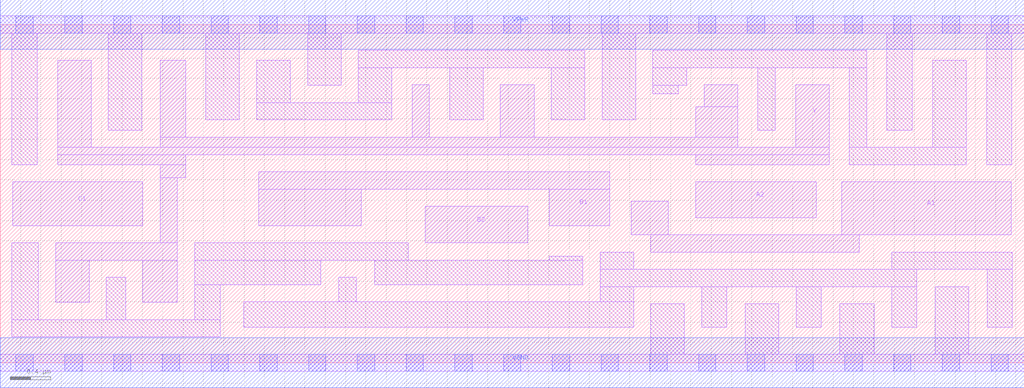
<source format=lef>
# Copyright 2020 The SkyWater PDK Authors
#
# Licensed under the Apache License, Version 2.0 (the "License");
# you may not use this file except in compliance with the License.
# You may obtain a copy of the License at
#
#     https://www.apache.org/licenses/LICENSE-2.0
#
# Unless required by applicable law or agreed to in writing, software
# distributed under the License is distributed on an "AS IS" BASIS,
# WITHOUT WARRANTIES OR CONDITIONS OF ANY KIND, either express or implied.
# See the License for the specific language governing permissions and
# limitations under the License.
#
# SPDX-License-Identifier: Apache-2.0

VERSION 5.7 ;
  NOWIREEXTENSIONATPIN ON ;
  DIVIDERCHAR "/" ;
  BUSBITCHARS "[]" ;
UNITS
  DATABASE MICRONS 200 ;
END UNITS
MACRO sky130_fd_sc_ls__o221ai_4
  CLASS CORE ;
  FOREIGN sky130_fd_sc_ls__o221ai_4 ;
  ORIGIN  0.000000  0.000000 ;
  SIZE  10.08000 BY  3.330000 ;
  SYMMETRY X Y ;
  SITE unit ;
  PIN A1
    ANTENNAGATEAREA  1.116000 ;
    DIRECTION INPUT ;
    USE SIGNAL ;
    PORT
      LAYER li1 ;
        RECT 6.210000 1.260000 6.575000 1.590000 ;
        RECT 6.405000 1.090000 8.455000 1.260000 ;
        RECT 8.285000 1.260000 9.955000 1.780000 ;
    END
  END A1
  PIN A2
    ANTENNAGATEAREA  1.116000 ;
    DIRECTION INPUT ;
    USE SIGNAL ;
    PORT
      LAYER li1 ;
        RECT 6.845000 1.430000 8.035000 1.780000 ;
    END
  END A2
  PIN B1
    ANTENNAGATEAREA  1.116000 ;
    DIRECTION INPUT ;
    USE SIGNAL ;
    PORT
      LAYER li1 ;
        RECT 2.545000 1.350000 3.555000 1.710000 ;
        RECT 2.545000 1.710000 6.000000 1.880000 ;
        RECT 5.405000 1.350000 6.000000 1.710000 ;
    END
  END B1
  PIN B2
    ANTENNAGATEAREA  1.116000 ;
    DIRECTION INPUT ;
    USE SIGNAL ;
    PORT
      LAYER li1 ;
        RECT 4.185000 1.180000 5.195000 1.540000 ;
    END
  END B2
  PIN C1
    ANTENNAGATEAREA  1.116000 ;
    DIRECTION INPUT ;
    USE SIGNAL ;
    PORT
      LAYER li1 ;
        RECT 0.125000 1.350000 1.405000 1.780000 ;
    END
  END C1
  PIN Y
    ANTENNADIFFAREA  2.514400 ;
    DIRECTION OUTPUT ;
    USE SIGNAL ;
    PORT
      LAYER li1 ;
        RECT 0.545000 0.595000 0.875000 1.010000 ;
        RECT 0.545000 1.010000 1.745000 1.180000 ;
        RECT 0.565000 1.950000 1.825000 2.050000 ;
        RECT 0.565000 2.050000 8.160000 2.120000 ;
        RECT 0.565000 2.120000 0.895000 2.980000 ;
        RECT 1.405000 0.595000 1.745000 1.010000 ;
        RECT 1.575000 1.180000 1.745000 1.820000 ;
        RECT 1.575000 1.820000 1.825000 1.950000 ;
        RECT 1.575000 2.120000 7.260000 2.220000 ;
        RECT 1.575000 2.220000 1.825000 2.980000 ;
        RECT 4.055000 2.220000 4.225000 2.735000 ;
        RECT 4.925000 2.220000 5.255000 2.735000 ;
        RECT 6.845000 1.950000 8.160000 2.050000 ;
        RECT 6.845000 2.220000 7.260000 2.520000 ;
        RECT 6.930000 2.520000 7.260000 2.735000 ;
        RECT 7.830000 2.120000 8.160000 2.735000 ;
    END
  END Y
  PIN VGND
    DIRECTION INOUT ;
    SHAPE ABUTMENT ;
    USE GROUND ;
    PORT
      LAYER met1 ;
        RECT 0.000000 -0.245000 10.080000 0.245000 ;
    END
  END VGND
  PIN VPWR
    DIRECTION INOUT ;
    SHAPE ABUTMENT ;
    USE POWER ;
    PORT
      LAYER met1 ;
        RECT 0.000000 3.085000 10.080000 3.575000 ;
    END
  END VPWR
  OBS
    LAYER li1 ;
      RECT 0.000000 -0.085000 10.080000 0.085000 ;
      RECT 0.000000  3.245000 10.080000 3.415000 ;
      RECT 0.115000  0.255000  2.165000 0.425000 ;
      RECT 0.115000  0.425000  0.375000 1.180000 ;
      RECT 0.115000  1.950000  0.365000 3.245000 ;
      RECT 1.045000  0.425000  1.235000 0.840000 ;
      RECT 1.065000  2.290000  1.395000 3.245000 ;
      RECT 1.915000  0.425000  2.165000 0.770000 ;
      RECT 1.915000  0.770000  3.155000 1.010000 ;
      RECT 1.915000  1.010000  4.015000 1.180000 ;
      RECT 2.025000  2.390000  2.355000 3.245000 ;
      RECT 2.395000  0.350000  6.235000 0.600000 ;
      RECT 2.525000  2.390000  3.855000 2.560000 ;
      RECT 2.525000  2.560000  2.855000 2.980000 ;
      RECT 3.025000  2.730000  3.355000 3.245000 ;
      RECT 3.335000  0.600000  3.505000 0.840000 ;
      RECT 3.525000  2.560000  3.855000 2.905000 ;
      RECT 3.525000  2.905000  5.755000 3.075000 ;
      RECT 3.685000  0.770000  5.735000 1.010000 ;
      RECT 4.425000  2.390000  4.755000 2.905000 ;
      RECT 5.405000  1.010000  5.735000 1.050000 ;
      RECT 5.425000  2.390000  5.755000 2.905000 ;
      RECT 5.905000  0.600000  6.235000 0.750000 ;
      RECT 5.905000  0.750000  9.025000 0.920000 ;
      RECT 5.905000  0.920000  6.235000 1.090000 ;
      RECT 5.925000  2.390000  6.255000 3.245000 ;
      RECT 6.405000  0.085000  6.735000 0.580000 ;
      RECT 6.425000  2.650000  6.675000 2.730000 ;
      RECT 6.425000  2.730000  6.760000 2.905000 ;
      RECT 6.425000  2.905000  8.530000 3.075000 ;
      RECT 6.905000  0.350000  7.155000 0.750000 ;
      RECT 7.335000  0.085000  7.665000 0.580000 ;
      RECT 7.460000  2.290000  7.630000 2.905000 ;
      RECT 7.835000  0.350000  8.085000 0.750000 ;
      RECT 8.265000  0.085000  8.605000 0.580000 ;
      RECT 8.360000  1.950000  9.510000 2.120000 ;
      RECT 8.360000  2.120000  8.530000 2.905000 ;
      RECT 8.730000  2.290000  8.980000 3.245000 ;
      RECT 8.775000  0.350000  9.025000 0.750000 ;
      RECT 8.775000  0.920000  9.965000 1.090000 ;
      RECT 9.180000  2.120000  9.510000 2.980000 ;
      RECT 9.205000  0.085000  9.535000 0.750000 ;
      RECT 9.710000  1.950000  9.960000 3.245000 ;
      RECT 9.715000  0.350000  9.965000 0.920000 ;
    LAYER mcon ;
      RECT 0.155000 -0.085000 0.325000 0.085000 ;
      RECT 0.155000  3.245000 0.325000 3.415000 ;
      RECT 0.635000 -0.085000 0.805000 0.085000 ;
      RECT 0.635000  3.245000 0.805000 3.415000 ;
      RECT 1.115000 -0.085000 1.285000 0.085000 ;
      RECT 1.115000  3.245000 1.285000 3.415000 ;
      RECT 1.595000 -0.085000 1.765000 0.085000 ;
      RECT 1.595000  3.245000 1.765000 3.415000 ;
      RECT 2.075000 -0.085000 2.245000 0.085000 ;
      RECT 2.075000  3.245000 2.245000 3.415000 ;
      RECT 2.555000 -0.085000 2.725000 0.085000 ;
      RECT 2.555000  3.245000 2.725000 3.415000 ;
      RECT 3.035000 -0.085000 3.205000 0.085000 ;
      RECT 3.035000  3.245000 3.205000 3.415000 ;
      RECT 3.515000 -0.085000 3.685000 0.085000 ;
      RECT 3.515000  3.245000 3.685000 3.415000 ;
      RECT 3.995000 -0.085000 4.165000 0.085000 ;
      RECT 3.995000  3.245000 4.165000 3.415000 ;
      RECT 4.475000 -0.085000 4.645000 0.085000 ;
      RECT 4.475000  3.245000 4.645000 3.415000 ;
      RECT 4.955000 -0.085000 5.125000 0.085000 ;
      RECT 4.955000  3.245000 5.125000 3.415000 ;
      RECT 5.435000 -0.085000 5.605000 0.085000 ;
      RECT 5.435000  3.245000 5.605000 3.415000 ;
      RECT 5.915000 -0.085000 6.085000 0.085000 ;
      RECT 5.915000  3.245000 6.085000 3.415000 ;
      RECT 6.395000 -0.085000 6.565000 0.085000 ;
      RECT 6.395000  3.245000 6.565000 3.415000 ;
      RECT 6.875000 -0.085000 7.045000 0.085000 ;
      RECT 6.875000  3.245000 7.045000 3.415000 ;
      RECT 7.355000 -0.085000 7.525000 0.085000 ;
      RECT 7.355000  3.245000 7.525000 3.415000 ;
      RECT 7.835000 -0.085000 8.005000 0.085000 ;
      RECT 7.835000  3.245000 8.005000 3.415000 ;
      RECT 8.315000 -0.085000 8.485000 0.085000 ;
      RECT 8.315000  3.245000 8.485000 3.415000 ;
      RECT 8.795000 -0.085000 8.965000 0.085000 ;
      RECT 8.795000  3.245000 8.965000 3.415000 ;
      RECT 9.275000 -0.085000 9.445000 0.085000 ;
      RECT 9.275000  3.245000 9.445000 3.415000 ;
      RECT 9.755000 -0.085000 9.925000 0.085000 ;
      RECT 9.755000  3.245000 9.925000 3.415000 ;
  END
END sky130_fd_sc_ls__o221ai_4
END LIBRARY

</source>
